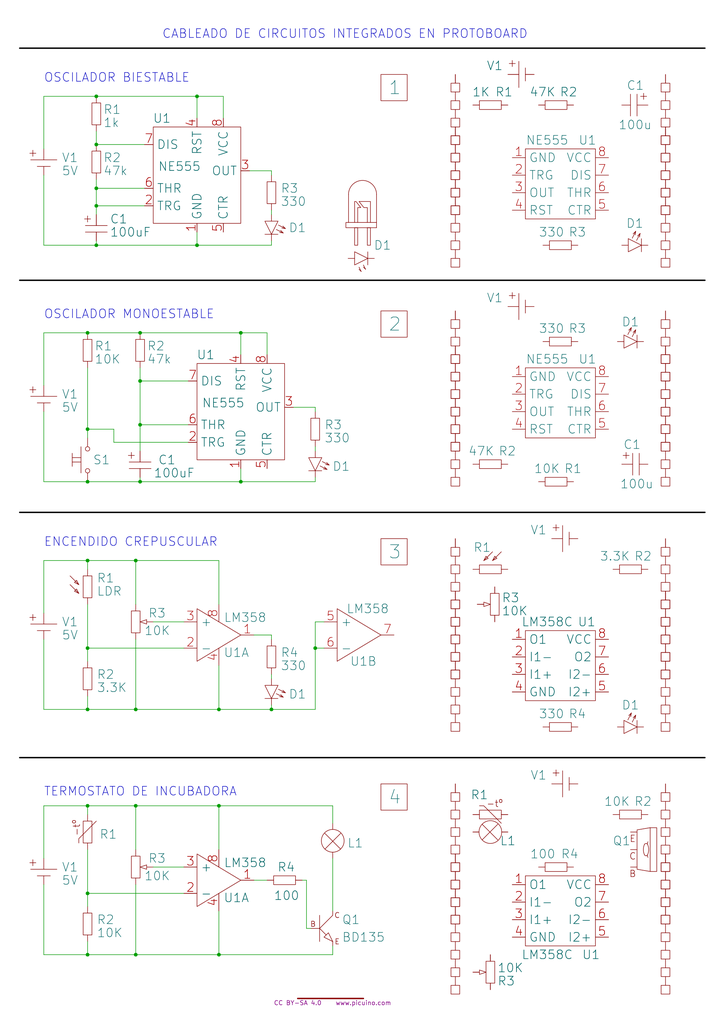
<source format=kicad_sch>
(kicad_sch (version 20211123) (generator eeschema)
  (paper "A4" portrait)
  (title_block (title "Cableado eléctrico de circuitos electrónicos") (date "19/10/2018") (company "www.picuino.com") (comment 1 "Copyright (c) 2018 by Carlos Pardo") (comment 2 "License CC BY-SA 4.0"))
  (lib_symbols
    (symbol "electric-cableado-circuitos-rescue:CopyRight-simbolos" (pin_names (offset 1.016))
      (property "License" "Licencia CC BY-SA 4.0" (at 9.525 5.715 0))
      (property "Author" "Carlos Pardo" (at 7.62 3.81 0))
      (property "Date" "© 2018" (at -1.27 3.81 0))
      (property "Web" "www.picuino.com" (at 9.525 1.905 0))
      (symbol "CopyRight-simbolos_0_1"
        (polyline (pts (xy 0 0) (xy 19.05 0)) (stroke (width 0.4064)))
      )
    )
    (symbol "electric-cableado-circuitos-rescue:LDR-simbolos" (pin_names (offset 1.016))
      (property "Reference" "R" (at 1.905 -5.08 0))
      (symbol "LDR-simbolos_0_1"
        (rectangle (start -1.27 -1.905) (end 1.27 -8.255))
        (polyline (pts (xy -2.54 -6.985) (xy -5.08 -4.445)))
        (polyline (pts (xy -2.54 -4.445) (xy -5.08 -1.905)))
        (polyline (pts (xy -2.54 -6.985) (xy -3.175 -5.715) (xy -3.81 -6.35) (xy -2.54 -6.985)))
        (polyline (pts (xy -2.54 -4.445) (xy -3.175 -3.175) (xy -3.81 -3.81) (xy -2.54 -4.445)))
      )
      (symbol "LDR-simbolos_1_1"
        (pin input line (at 0 -10.16 90) (length 1.905) (name "") (number ""))
        (pin input line (at 0 0 270) (length 1.905) (name "") (number ""))
      )
    )
    (symbol "electric-cableado-circuitos-rescue:LED_pack-simbolos" (pin_names (offset 1.016))
      (property "Reference" "D" (at 8.89 5.08 0))
      (symbol "LED_pack-simbolos_0_1"
        (polyline (pts (xy 0 0) (xy 0 9.652)))
        (polyline (pts (xy 2.54 -8.89) (xy 0.635 -8.89)))
        (polyline (pts (xy 2.54 -6.985) (xy 2.54 -10.795)))
        (polyline (pts (xy 3.175 -12.065) (xy 3.81 -11.43)))
        (polyline (pts (xy 3.81 -10.795) (xy 3.175 -12.065)))
        (polyline (pts (xy 4.445 -12.7) (xy 5.08 -12.065)))
        (polyline (pts (xy 5.08 -11.43) (xy 4.445 -12.7)))
        (polyline (pts (xy 6.35 -8.89) (xy 8.255 -8.89)))
        (polyline (pts (xy 8.128 1.524) (xy 8.128 9.652)))
        (polyline (pts (xy 0 1.524) (xy 8.89 1.524) (xy 8.89 0) (xy 0 0)))
        (polyline (pts (xy 6.35 -6.985) (xy 6.35 -10.795) (xy 2.54 -8.89) (xy 6.35 -6.985)))
        (polyline (pts (xy 1.778 1.524) (xy 1.778 7.62) (xy 5.08 7.62) (xy 3.683 5.842) (xy 2.667 5.842) (xy 2.667 1.524)))
        (polyline (pts (xy 6.35 1.524) (xy 6.35 7.62) (xy 5.969 7.62) (xy 4.572 5.842) (xy 5.461 5.842) (xy 5.461 1.524)))
        (rectangle (start 1.778 0) (end 2.667 -5.08))
        (rectangle (start 5.461 0) (end 6.35 -5.08))
        (arc (start 8.128 9.652) (mid 4.064 13.716) (end 0 9.652))
      )
    )
    (symbol "electric-cableado-circuitos-rescue:LM358-simbolos" (pin_names (offset 1.016))
      (property "Reference" "U" (at 11.43 1.27 0))
      (property "Value" "LM358-simbolos" (at 11.43 -8.89 0))
      (symbol "LM358-simbolos_0_1"
        (polyline (pts (xy 16.51 -3.81) (xy 3.81 3.81) (xy 3.81 -11.43) (xy 16.51 -3.81)))
      )
      (symbol "LM358-simbolos_1_1"
        (pin input line (at 20.32 -3.81 180) (length 3.81) (name "") (number "1"))
        (pin input line (at 0 -7.62 0) (length 3.81) (name "-") (number "2"))
        (pin input line (at 0 0 0) (length 3.81) (name "+") (number "3"))
        (pin input line (at 10.16 -12.7 90) (length 5.08) (name "") (number "4"))
        (pin input line (at 10.16 5.08 270) (length 5.08) (name "") (number "8"))
      )
      (symbol "LM358-simbolos_2_1"
        (pin input line (at 0 0 0) (length 3.81) (name "+") (number "5"))
        (pin input line (at 0 -7.62 0) (length 3.81) (name "-") (number "6"))
        (pin input line (at 20.32 -3.81 180) (length 3.81) (name "") (number "7"))
      )
    )
    (symbol "electric-cableado-circuitos-rescue:LM358C-simbolos" (pin_names (offset 1.016))
      (property "Reference" "U" (at 22.225 5.08 0))
      (property "Value" "LM358C-simbolos" (at 10.795 5.08 0))
      (symbol "LM358C-simbolos_0_1"
        (rectangle (start 3.81 2.54) (end 24.13 -17.78))
      )
      (symbol "LM358C-simbolos_1_1"
        (pin input line (at 0 0 0) (length 3.81) (name "O1") (number "1"))
        (pin input line (at 0 -5.08 0) (length 3.81) (name "I1-") (number "2"))
        (pin input line (at 0 -10.16 0) (length 3.81) (name "I1+") (number "3"))
        (pin input line (at 0 -15.24 0) (length 3.81) (name "GND") (number "4"))
        (pin input line (at 27.94 -15.24 180) (length 3.81) (name "I2+") (number "5"))
        (pin input line (at 27.94 -10.16 180) (length 3.81) (name "I2-") (number "6"))
        (pin input line (at 27.94 -5.08 180) (length 3.81) (name "O2") (number "7"))
        (pin input line (at 27.94 0 180) (length 3.81) (name "VCC") (number "8"))
      )
    )
    (symbol "electric-cableado-circuitos-rescue:NE555-simbolos" (pin_names (offset 1.016))
      (property "Reference" "U" (at 5.08 0 0))
      (symbol "NE555-simbolos_0_1"
        (rectangle (start 2.54 -2.54) (end 27.94 -30.48))
      )
      (symbol "NE555-simbolos_1_1"
        (pin input line (at 15.24 -33.02 90) (length 2.54) (name "GND") (number "1"))
        (pin input line (at 0 -25.4 0) (length 2.54) (name "TRG") (number "2"))
        (pin input line (at 30.48 -15.24 180) (length 2.54) (name "OUT") (number "3"))
        (pin input line (at 15.24 0 270) (length 2.54) (name "RST") (number "4"))
        (pin input line (at 22.86 -33.02 90) (length 2.54) (name "CTR") (number "5"))
        (pin input line (at 0 -20.32 0) (length 2.54) (name "THR") (number "6"))
        (pin input line (at 0 -7.62 0) (length 2.54) (name "DIS") (number "7"))
        (pin input line (at 22.86 0 270) (length 2.54) (name "VCC") (number "8"))
      )
    )
    (symbol "electric-cableado-circuitos-rescue:NE555C-simbolos" (pin_names (offset 1.016))
      (property "Reference" "U" (at 22.225 5.08 0))
      (property "Value" "NE555C-simbolos" (at 10.795 5.08 0))
      (symbol "NE555C-simbolos_0_1"
        (rectangle (start 3.81 2.54) (end 24.13 -17.78))
      )
      (symbol "NE555C-simbolos_1_1"
        (pin input line (at 0 0 0) (length 3.81) (name "GND") (number "1"))
        (pin input line (at 0 -5.08 0) (length 3.81) (name "TRG") (number "2"))
        (pin input line (at 0 -10.16 0) (length 3.81) (name "OUT") (number "3"))
        (pin input line (at 0 -15.24 0) (length 3.81) (name "RST") (number "4"))
        (pin input line (at 27.94 -15.24 180) (length 3.81) (name "CTR") (number "5"))
        (pin input line (at 27.94 -10.16 180) (length 3.81) (name "THR") (number "6"))
        (pin input line (at 27.94 -5.08 180) (length 3.81) (name "DIS") (number "7"))
        (pin input line (at 27.94 0 180) (length 3.81) (name "VCC") (number "8"))
      )
    )
    (symbol "electric-cableado-circuitos-rescue:NPN-simbolos" (pin_names (offset 1.016))
      (property "Reference" "Q" (at 6.985 -5.08 0))
      (symbol "NPN-simbolos_0_0"
        (polyline (pts (xy 4.445 -6.985) (xy 2.54 -5.08)))
        (polyline (pts (xy 6.35 -8.89) (xy 5.08 -6.35) (xy 3.81 -7.62) (xy 6.35 -8.89)))
        (text "B" (at 0.635 -3.81 0) (effects (font (size 1.524 1.524))))
        (text "C" (at 7.62 -1.27 0) (effects (font (size 1.524 1.524))))
        (text "E" (at 7.62 -8.89 0) (effects (font (size 1.524 1.524))))
      )
      (symbol "NPN-simbolos_0_1"
        (polyline (pts (xy 2.54 -5.08) (xy 6.35 -1.27)))
        (polyline (pts (xy 2.54 -1.27) (xy 2.54 -8.89)))
      )
      (symbol "NPN-simbolos_1_1"
        (pin input line (at 0 -5.08 0) (length 2.54) (name "") (number ""))
        (pin input line (at 6.35 -10.16 90) (length 1.27) (name "") (number ""))
        (pin input line (at 6.35 0 270) (length 1.27) (name "") (number ""))
      )
    )
    (symbol "electric-cableado-circuitos-rescue:NPN_BD135_pack-simbolos" (pin_names (offset 1.016))
      (property "Reference" "Q" (at 1.27 -5.08 0))
      (symbol "NPN_BD135_pack-simbolos_0_0"
        (arc (start -4.953 -6.604) (mid -4.515 -6.8509) (end -4.064 -6.604))
        (arc (start -4.953 -3.556) (mid -5.2764 -5.08) (end -4.953 -6.604))
        (arc (start -4.064 -6.604) (mid -3.7406 -5.08) (end -4.064 -3.556))
        (arc (start -4.064 -3.556) (mid -4.5148 -3.287) (end -4.953 -3.556))
        (polyline (pts (xy -4.826 -6.731) (xy -5.08 -7.366)))
        (polyline (pts (xy -4.826 -3.429) (xy -5.08 -2.794)))
        (polyline (pts (xy -5.715 1.27) (xy -1.905 0.635) (xy -1.905 -10.795) (xy -5.715 -11.43)))
        (text "B" (at -0.635 1.905 0) (effects (font (size 1.905 1.905))))
        (text "C" (at -0.635 -3.175 0) (effects (font (size 1.905 1.905))))
        (text "E" (at -0.635 -8.255 0) (effects (font (size 1.905 1.905))))
      )
      (symbol "NPN_BD135_pack-simbolos_0_1"
        (rectangle (start -7.62 1.27) (end -5.715 -11.43))
      )
      (symbol "NPN_BD135_pack-simbolos_1_1"
        (pin input line (at 0 -10.16 180) (length 1.905) (name "") (number ""))
        (pin input line (at 0 -5.08 180) (length 1.905) (name "") (number ""))
        (pin input line (at 0 0 180) (length 1.905) (name "") (number ""))
      )
    )
    (symbol "electric-cableado-circuitos-rescue:NTC-simbolos" (pin_names (offset 1.016))
      (property "Reference" "R" (at 1.905 -5.08 0))
      (symbol "NTC-simbolos_0_1"
        (rectangle (start -1.27 -1.905) (end 1.27 -8.255))
      )
      (symbol "NTC-simbolos_1_0"
        (polyline (pts (xy -2.54 -8.255) (xy -2.54 -6.985) (xy 2.54 -1.905)))
        (text "-tº" (at -3.175 -3.81 900) (effects (font (size 1.905 1.905))))
      )
      (symbol "NTC-simbolos_1_1"
        (pin input line (at 0 -10.16 90) (length 1.905) (name "") (number ""))
        (pin input line (at 0 0 270) (length 1.905) (name "") (number ""))
      )
    )
    (symbol "electric-cableado-circuitos-rescue:Pila-simbolos" (pin_names (offset 1.016))
      (property "Reference" "V" (at 5.08 -4.445 0))
      (symbol "Pila-simbolos_0_1"
        (polyline (pts (xy -4.064 -1.27) (xy -2.286 -1.27)))
        (polyline (pts (xy -3.81 -3.175) (xy 3.81 -3.175)))
        (polyline (pts (xy -3.175 -0.381) (xy -3.175 -2.159)))
        (polyline (pts (xy -1.905 -5.08) (xy 1.905 -5.08)))
      )
      (symbol "Pila-simbolos_1_1"
        (pin input line (at 0 -7.62 90) (length 2.54) (name "") (number ""))
        (pin input line (at 0 0 270) (length 3.175) (name "") (number ""))
      )
    )
    (symbol "electric-cableado-circuitos-rescue:condensador_pol-simbolos" (pin_names (offset 1.016))
      (property "Reference" "C" (at 3.81 -4.445 0))
      (symbol "condensador_pol-simbolos_0_1"
        (polyline (pts (xy -3.175 -3.175) (xy 3.175 -3.175)))
        (polyline (pts (xy -2.54 -0.381) (xy -2.54 -2.159)))
        (polyline (pts (xy -1.651 -1.27) (xy -3.429 -1.27)))
        (polyline (pts (xy 3.175 -5.08) (xy -3.175 -5.08)))
      )
      (symbol "condensador_pol-simbolos_1_1"
        (pin input line (at 0 -7.62 90) (length 2.54) (name "") (number ""))
        (pin input line (at 0 0 270) (length 3.175) (name "") (number ""))
      )
    )
    (symbol "electric-cableado-circuitos-rescue:conectores_linea-simbolos" (pin_names (offset 1.016))
      (symbol "conectores_linea-simbolos_0_1"
        (rectangle (start -1.27 -35.56) (end 1.27 -38.1))
        (rectangle (start -1.27 -30.48) (end 1.27 -33.02))
        (rectangle (start -1.27 -25.4) (end 1.27 -27.94))
        (rectangle (start -1.27 -20.32) (end 1.27 -22.86))
        (rectangle (start -1.27 -15.24) (end 1.27 -17.78))
        (rectangle (start -1.27 -10.16) (end 1.27 -12.7))
        (rectangle (start -1.27 -5.08) (end 1.27 -7.62))
        (rectangle (start -1.27 0) (end 1.27 -2.54))
        (polyline (pts (xy 0 -33.02) (xy 0 -35.56)))
        (polyline (pts (xy 0 -27.94) (xy 0 -30.48)))
        (polyline (pts (xy 0 -22.86) (xy 0 -25.4)))
        (polyline (pts (xy 0 -17.78) (xy 0 -20.32)))
        (polyline (pts (xy 0 -12.7) (xy 0 -15.24)))
        (polyline (pts (xy 0 -7.62) (xy 0 -10.16)))
        (polyline (pts (xy 0 -2.54) (xy 0 -5.08)))
      )
      (symbol "conectores_linea-simbolos_1_1"
        (pin input line (at 0 2.54 270) (length 2.54) (name "") (number ""))
      )
    )
    (symbol "electric-cableado-circuitos-rescue:diodo_led-simbolos" (pin_names (offset 1.016))
      (property "Reference" "D" (at 5.08 -3.81 0))
      (symbol "diodo_led-simbolos_0_1"
        (polyline (pts (xy 1.397 -4.318) (xy 3.429 -5.334)))
        (polyline (pts (xy 1.905 -5.715) (xy -1.905 -5.715)))
        (polyline (pts (xy 2.032 -3.048) (xy 4.064 -4.064)))
        (polyline (pts (xy 3.429 -5.334) (xy 2.3622 -5.1816)))
        (polyline (pts (xy 3.429 -5.334) (xy 2.667 -4.572)))
        (polyline (pts (xy 4.064 -4.064) (xy 2.9972 -3.9116)))
        (polyline (pts (xy 4.064 -4.064) (xy 3.302 -3.302)))
        (polyline (pts (xy 1.905 -1.905) (xy -1.905 -1.905) (xy 0 -5.715) (xy 1.905 -1.905)))
      )
      (symbol "diodo_led-simbolos_1_1"
        (pin input line (at 0 -7.62 90) (length 1.905) (name "") (number ""))
        (pin input line (at 0 0 270) (length 1.905) (name "") (number ""))
      )
    )
    (symbol "electric-cableado-circuitos-rescue:lampara-simbolos" (pin_names (offset 1.016))
      (property "Reference" "L" (at 4.445 -5.08 0))
      (symbol "lampara-simbolos_0_1"
        (circle (center 0 -5.08) (radius 3.302))
        (polyline (pts (xy -2.286 -7.493) (xy 2.286 -2.921)))
        (polyline (pts (xy -2.286 -2.921) (xy 2.286 -7.493)))
      )
      (symbol "lampara-simbolos_1_1"
        (pin input line (at 0 -10.16 90) (length 1.778) (name "") (number ""))
        (pin input line (at 0 0 270) (length 1.778) (name "") (number ""))
      )
    )
    (symbol "electric-cableado-circuitos-rescue:numero-simbolos" (pin_names (offset 1.016))
      (property "Value" "numero-simbolos" (at 0 0 0))
      (symbol "numero-simbolos_0_1"
        (rectangle (start -3.81 3.81) (end 3.81 -3.81))
      )
    )
    (symbol "electric-cableado-circuitos-rescue:potenciometro-simbolos" (pin_names (offset 1.016))
      (property "Reference" "R" (at 1.905 -1.905 0))
      (symbol "potenciometro-simbolos_0_1"
        (rectangle (start -1.27 -1.905) (end 1.27 -8.255))
        (polyline (pts (xy 1.27 -5.08) (xy 3.175 -4.445) (xy 3.175 -5.715) (xy 1.27 -5.08)))
      )
      (symbol "potenciometro-simbolos_1_1"
        (pin input line (at 0 -10.16 90) (length 1.905) (name "") (number ""))
        (pin input line (at 0 0 270) (length 1.905) (name "") (number ""))
        (pin input line (at 5.08 -5.08 180) (length 1.905) (name "") (number ""))
      )
    )
    (symbol "electric-cableado-circuitos-rescue:pulsador_na-simbolos" (pin_names (offset 1.016))
      (property "Reference" "S" (at 1.905 3.175 0))
      (symbol "pulsador_na-simbolos_0_0"
        (polyline (pts (xy 2.54 1.905) (xy 10.16 1.905)))
        (polyline (pts (xy 4.445 4.445) (xy 8.255 4.445)))
        (polyline (pts (xy 5.715 1.905) (xy 5.715 4.445)))
        (polyline (pts (xy 6.985 4.445) (xy 6.985 1.905)))
        (circle (center 3.175 0) (radius 0.635))
        (circle (center 9.525 0) (radius 0.635))
      )
      (symbol "pulsador_na-simbolos_1_1"
        (pin input line (at 0 0 0) (length 2.54) (name "") (number ""))
        (pin input line (at 12.7 0 180) (length 2.54) (name "") (number ""))
      )
    )
    (symbol "electric-cableado-circuitos-rescue:resistencia-simbolos" (pin_names (offset 1.016))
      (property "Reference" "R" (at 1.905 -5.08 0))
      (symbol "resistencia-simbolos_0_1"
        (rectangle (start -1.27 -1.905) (end 1.27 -8.255))
      )
      (symbol "resistencia-simbolos_1_1"
        (pin input line (at 0 -10.16 90) (length 1.905) (name "") (number ""))
        (pin input line (at 0 0 270) (length 1.905) (name "") (number ""))
      )
    )
  )
  (junction (at 25.4 187.96))
  (junction (at 40.64 123.19))
  (junction (at 57.15 27.94))
  (junction (at 25.4 139.7))
  (junction (at 63.5 205.74))
  (junction (at 25.4 96.52))
  (junction (at 27.94 71.12))
  (junction (at 78.74 205.74))
  (junction (at 69.85 139.7))
  (junction (at 25.4 124.46))
  (junction (at 63.5 276.86))
  (junction (at 40.64 96.52))
  (junction (at 25.4 233.68))
  (junction (at 69.85 96.52))
  (junction (at 40.64 110.49))
  (junction (at 57.15 71.12))
  (junction (at 27.94 54.61))
  (junction (at 27.94 59.69))
  (junction (at 39.37 162.56))
  (junction (at 63.5 233.68))
  (junction (at 39.37 233.68))
  (junction (at 25.4 205.74))
  (junction (at 25.4 276.86))
  (junction (at 27.94 27.94))
  (junction (at 25.4 259.08))
  (junction (at 39.37 276.86))
  (junction (at 40.64 139.7))
  (junction (at 91.44 187.96))
  (junction (at 39.37 205.74))
  (junction (at 27.94 41.91))
  (junction (at 25.4 162.56))
  (wire (pts (xy 64.77 27.94) (xy 64.77 34.29)))
  (wire (pts (xy 12.7 27.94) (xy 27.94 27.94)))
  (wire (pts (xy 40.64 123.19) (xy 54.61 123.19)))
  (wire (pts (xy 12.7 43.18) (xy 12.7 27.94)))
  (wire (pts (xy 78.74 49.53) (xy 78.74 50.8)))
  (polyline (pts (xy 5.715 13.97) (xy 204.47 13.97)) (stroke (width 0.4064) (type solid) (color 0 0 0 1)))
  (wire (pts (xy 78.74 196.85) (xy 78.74 195.58)))
  (wire (pts (xy 39.37 162.56) (xy 39.37 175.26)))
  (wire (pts (xy 40.64 106.68) (xy 40.64 110.49)))
  (wire (pts (xy 73.66 184.15) (xy 78.74 184.15)))
  (wire (pts (xy 12.7 50.8) (xy 12.7 71.12)))
  (wire (pts (xy 25.4 236.22) (xy 25.4 233.68)))
  (wire (pts (xy 54.61 128.27) (xy 33.02 128.27)))
  (wire (pts (xy 25.4 162.56) (xy 12.7 162.56)))
  (wire (pts (xy 25.4 205.74) (xy 39.37 205.74)))
  (wire (pts (xy 40.64 110.49) (xy 54.61 110.49)))
  (wire (pts (xy 27.94 52.07) (xy 27.94 54.61)))
  (wire (pts (xy 93.98 180.34) (xy 91.44 180.34)))
  (wire (pts (xy 78.74 62.23) (xy 78.74 60.96)))
  (wire (pts (xy 40.64 110.49) (xy 40.64 123.19)))
  (wire (pts (xy 39.37 233.68) (xy 63.5 233.68)))
  (wire (pts (xy 12.7 256.54) (xy 12.7 276.86)))
  (wire (pts (xy 91.44 118.11) (xy 85.09 118.11)))
  (wire (pts (xy 91.44 130.81) (xy 91.44 129.54)))
  (wire (pts (xy 78.74 205.74) (xy 91.44 205.74)))
  (wire (pts (xy 39.37 233.68) (xy 39.37 246.38)))
  (wire (pts (xy 12.7 205.74) (xy 25.4 205.74)))
  (wire (pts (xy 40.64 139.7) (xy 69.85 139.7)))
  (wire (pts (xy 63.5 276.86) (xy 96.52 276.86)))
  (wire (pts (xy 39.37 162.56) (xy 63.5 162.56)))
  (wire (pts (xy 96.52 233.68) (xy 63.5 233.68)))
  (wire (pts (xy 39.37 276.86) (xy 63.5 276.86)))
  (wire (pts (xy 88.9 255.27) (xy 87.63 255.27)))
  (wire (pts (xy 69.85 96.52) (xy 69.85 102.87)))
  (wire (pts (xy 25.4 246.38) (xy 25.4 259.08)))
  (wire (pts (xy 40.64 123.19) (xy 40.64 130.81)))
  (wire (pts (xy 96.52 248.92) (xy 96.52 264.16)))
  (wire (pts (xy 25.4 139.7) (xy 12.7 139.7)))
  (wire (pts (xy 25.4 201.93) (xy 25.4 205.74)))
  (wire (pts (xy 93.98 187.96) (xy 91.44 187.96)))
  (wire (pts (xy 27.94 54.61) (xy 41.91 54.61)))
  (wire (pts (xy 69.85 96.52) (xy 77.47 96.52)))
  (wire (pts (xy 78.74 184.15) (xy 78.74 185.42)))
  (wire (pts (xy 63.5 205.74) (xy 78.74 205.74)))
  (wire (pts (xy 63.5 246.38) (xy 63.5 233.68)))
  (polyline (pts (xy 5.715 81.28) (xy 204.47 81.28)) (stroke (width 0.4064) (type solid) (color 0 0 0 1)))
  (wire (pts (xy 12.7 96.52) (xy 25.4 96.52)))
  (wire (pts (xy 12.7 276.86) (xy 25.4 276.86)))
  (wire (pts (xy 25.4 233.68) (xy 12.7 233.68)))
  (wire (pts (xy 63.5 175.26) (xy 63.5 162.56)))
  (wire (pts (xy 96.52 238.76) (xy 96.52 233.68)))
  (wire (pts (xy 27.94 27.94) (xy 57.15 27.94)))
  (wire (pts (xy 25.4 124.46) (xy 33.02 124.46)))
  (wire (pts (xy 91.44 138.43) (xy 91.44 139.7)))
  (wire (pts (xy 25.4 139.7) (xy 40.64 139.7)))
  (wire (pts (xy 33.02 124.46) (xy 33.02 128.27)))
  (wire (pts (xy 88.9 269.24) (xy 90.17 269.24)))
  (wire (pts (xy 12.7 177.8) (xy 12.7 162.56)))
  (wire (pts (xy 44.45 251.46) (xy 53.34 251.46)))
  (wire (pts (xy 27.94 59.69) (xy 27.94 62.23)))
  (wire (pts (xy 25.4 276.86) (xy 39.37 276.86)))
  (wire (pts (xy 77.47 96.52) (xy 77.47 102.87)))
  (wire (pts (xy 39.37 256.54) (xy 39.37 276.86)))
  (wire (pts (xy 57.15 71.12) (xy 78.74 71.12)))
  (wire (pts (xy 40.64 96.52) (xy 69.85 96.52)))
  (wire (pts (xy 12.7 248.92) (xy 12.7 233.68)))
  (wire (pts (xy 27.94 41.91) (xy 41.91 41.91)))
  (polyline (pts (xy 5.715 219.71) (xy 204.47 219.71)) (stroke (width 0.4064) (type solid) (color 0 0 0 1)))
  (wire (pts (xy 25.4 187.96) (xy 53.34 187.96)))
  (wire (pts (xy 25.4 165.1) (xy 25.4 162.56)))
  (wire (pts (xy 63.5 193.04) (xy 63.5 205.74)))
  (wire (pts (xy 25.4 273.05) (xy 25.4 276.86)))
  (wire (pts (xy 78.74 69.85) (xy 78.74 71.12)))
  (wire (pts (xy 78.74 49.53) (xy 72.39 49.53)))
  (wire (pts (xy 25.4 175.26) (xy 25.4 187.96)))
  (wire (pts (xy 57.15 71.12) (xy 57.15 67.31)))
  (wire (pts (xy 96.52 276.86) (xy 96.52 274.32)))
  (wire (pts (xy 27.94 69.85) (xy 27.94 71.12)))
  (wire (pts (xy 25.4 233.68) (xy 39.37 233.68)))
  (wire (pts (xy 63.5 264.16) (xy 63.5 276.86)))
  (wire (pts (xy 25.4 106.68) (xy 25.4 124.46)))
  (wire (pts (xy 69.85 139.7) (xy 69.85 135.89)))
  (wire (pts (xy 25.4 259.08) (xy 53.34 259.08)))
  (polyline (pts (xy 5.715 148.59) (xy 204.47 148.59)) (stroke (width 0.4064) (type solid) (color 0 0 0 1)))
  (wire (pts (xy 27.94 54.61) (xy 27.94 59.69)))
  (wire (pts (xy 25.4 96.52) (xy 40.64 96.52)))
  (wire (pts (xy 12.7 111.76) (xy 12.7 96.52)))
  (wire (pts (xy 25.4 259.08) (xy 25.4 262.89)))
  (wire (pts (xy 44.45 180.34) (xy 53.34 180.34)))
  (wire (pts (xy 39.37 185.42) (xy 39.37 205.74)))
  (wire (pts (xy 73.66 255.27) (xy 77.47 255.27)))
  (wire (pts (xy 12.7 119.38) (xy 12.7 139.7)))
  (wire (pts (xy 57.15 27.94) (xy 57.15 34.29)))
  (wire (pts (xy 12.7 71.12) (xy 27.94 71.12)))
  (wire (pts (xy 25.4 127) (xy 25.4 124.46)))
  (wire (pts (xy 12.7 185.42) (xy 12.7 205.74)))
  (wire (pts (xy 40.64 138.43) (xy 40.64 139.7)))
  (wire (pts (xy 27.94 71.12) (xy 57.15 71.12)))
  (wire (pts (xy 88.9 255.27) (xy 88.9 269.24)))
  (wire (pts (xy 91.44 180.34) (xy 91.44 187.96)))
  (wire (pts (xy 39.37 205.74) (xy 63.5 205.74)))
  (wire (pts (xy 25.4 187.96) (xy 25.4 191.77)))
  (wire (pts (xy 57.15 27.94) (xy 64.77 27.94)))
  (wire (pts (xy 69.85 139.7) (xy 91.44 139.7)))
  (wire (pts (xy 78.74 204.47) (xy 78.74 205.74)))
  (wire (pts (xy 27.94 38.1) (xy 27.94 41.91)))
  (wire (pts (xy 91.44 187.96) (xy 91.44 205.74)))
  (wire (pts (xy 25.4 162.56) (xy 39.37 162.56)))
  (wire (pts (xy 27.94 59.69) (xy 41.91 59.69)))
  (wire (pts (xy 91.44 118.11) (xy 91.44 119.38)))
  (text "CABLEADO DE CIRCUITOS INTEGRADOS EN PROTOBOARD" (at 46.99 11.43 0) (effects (font (size 2.54 2.54)) (justify left bottom)))
  (text "TERMOSTATO DE INCUBADORA" (at 12.7 231.14 0) (effects (font (size 2.54 2.54)) (justify left bottom)))
  (text "OSCILADOR BIESTABLE" (at 12.7 24.13 0) (effects (font (size 2.54 2.54)) (justify left bottom)))
  (text "OSCILADOR MONOESTABLE" (at 12.7 92.71 0) (effects (font (size 2.54 2.54)) (justify left bottom)))
  (text "ENCENDIDO CREPUSCULAR" (at 12.7 158.75 0) (effects (font (size 2.54 2.54)) (justify left bottom)))
  (symbol (lib_id "electric-cableado-circuitos-rescue:resistencia-simbolos") (at 27.94 27.94 0) (unit 1)
    (property "Reference" "R1" (at 29.845 31.75 0) (effects (font (size 2.54 2.54)) (justify left)))
    (property "Value" "1k" (at 29.845 35.56 0) (effects (font (size 2.54 2.54)) (justify left)))
  )
  (symbol (lib_id "electric-cableado-circuitos-rescue:NE555C-simbolos") (at 148.59 45.72 0) (unit 1)
    (property "Reference" "U1" (at 167.64 40.64 0) (effects (font (size 2.54 2.54)) (justify left)))
    (property "Value" "NE555" (at 152.4 40.64 0) (effects (font (size 2.54 2.54)) (justify left)))
  )
  (symbol (lib_id "electric-cableado-circuitos-rescue:Pila-simbolos") (at 12.7 43.18 0) (unit 1)
    (property "Reference" "V1" (at 17.78 45.72 0) (effects (font (size 2.54 2.54)) (justify left)))
    (property "Value" "5V" (at 17.78 49.53 0) (effects (font (size 2.54 2.54)) (justify left)))
  )
  (symbol (lib_id "electric-cableado-circuitos-rescue:resistencia-simbolos") (at 27.94 41.91 0) (unit 1)
    (property "Reference" "R2" (at 29.845 45.72 0) (effects (font (size 2.54 2.54)) (justify left)))
    (property "Value" "47k" (at 29.845 49.53 0) (effects (font (size 2.54 2.54)) (justify left)))
  )
  (symbol (lib_id "electric-cableado-circuitos-rescue:resistencia-simbolos") (at 78.74 50.8 0) (unit 1)
    (property "Reference" "R3" (at 81.28 54.61 0) (effects (font (size 2.54 2.54)) (justify left)))
    (property "Value" "330" (at 81.28 58.42 0) (effects (font (size 2.54 2.54)) (justify left)))
  )
  (symbol (lib_id "electric-cableado-circuitos-rescue:conectores_linea-simbolos") (at 132.08 24.13 0) (unit 1)
    (property "Reference" "o?" (effects hide))
    (property "Value" "conectores_linea" (effects hide))
  )
  (symbol (lib_id "electric-cableado-circuitos-rescue:conectores_linea-simbolos") (at 193.04 24.13 0) (unit 1)
    (property "Reference" "o?" (effects hide))
    (property "Value" "conectores_linea" (effects hide))
  )
  (symbol (lib_id "electric-cableado-circuitos-rescue:NE555-simbolos") (at 41.91 34.29 0) (unit 1)
    (property "Reference" "U1" (at 46.99 34.29 0) (effects (font (size 2.54 2.54))))
    (property "Value" "NE555" (at 52.07 48.26 0) (effects (font (size 2.54 2.54))))
  )
  (symbol (lib_id "electric-cableado-circuitos-rescue:conectores_linea-simbolos") (at 132.08 39.37 0) (unit 1)
    (property "Reference" "o?" (effects hide))
    (property "Value" "conectores_linea" (effects hide))
  )
  (symbol (lib_id "electric-cableado-circuitos-rescue:conectores_linea-simbolos") (at 193.04 39.37 0) (unit 1)
    (property "Reference" "o?" (effects hide))
    (property "Value" "conectores_linea" (effects hide))
  )
  (symbol (lib_id "electric-cableado-circuitos-rescue:condensador_pol-simbolos") (at 27.94 62.23 0) (unit 1)
    (property "Reference" "C1" (at 31.75 63.5 0) (effects (font (size 2.54 2.54)) (justify left)))
    (property "Value" "100uF" (at 31.75 67.31 0) (effects (font (size 2.54 2.54)) (justify left)))
  )
  (symbol (lib_id "electric-cableado-circuitos-rescue:diodo_led-simbolos") (at 91.44 130.81 0) (unit 1)
    (property "Reference" "D1" (at 96.2914 135.255 0) (effects (font (size 2.54 2.54)) (justify left)))
    (property "Value" "LED" (effects hide))
  )
  (symbol (lib_id "electric-cableado-circuitos-rescue:diodo_led-simbolos") (at 78.74 196.85 0) (unit 1)
    (property "Reference" "D1" (at 83.5914 201.295 0) (effects (font (size 2.54 2.54)) (justify left)))
    (property "Value" "LED" (effects hide))
  )
  (symbol (lib_id "electric-cableado-circuitos-rescue:pulsador_na-simbolos") (at 25.4 139.7 90) (unit 1)
    (property "Reference" "S1" (at 26.8224 133.35 90) (effects (font (size 2.54 2.54)) (justify right)))
    (property "Value" "pulsador_na" (effects hide))
  )
  (symbol (lib_id "electric-cableado-circuitos-rescue:numero-simbolos") (at 114.3 25.4 0) (unit 1)
    (property "Reference" "N?" (effects hide))
    (property "Value" "1" (at 112.395 25.4 0) (effects (font (size 3.81 3.81)) (justify left)))
  )
  (symbol (lib_id "electric-cableado-circuitos-rescue:numero-simbolos") (at 114.3 93.98 0) (unit 1)
    (property "Reference" "N?" (effects hide))
    (property "Value" "2" (at 112.395 93.98 0) (effects (font (size 3.81 3.81)) (justify left)))
  )
  (symbol (lib_id "electric-cableado-circuitos-rescue:numero-simbolos") (at 114.3 160.02 0) (unit 1)
    (property "Reference" "N?" (effects hide))
    (property "Value" "3" (at 112.395 160.02 0) (effects (font (size 3.81 3.81)) (justify left)))
  )
  (symbol (lib_id "electric-cableado-circuitos-rescue:numero-simbolos") (at 114.3 231.14 0) (unit 1)
    (property "Reference" "N?" (effects hide))
    (property "Value" "4" (at 112.395 231.14 0) (effects (font (size 3.81 3.81)) (justify left)))
  )
  (symbol (lib_id "electric-cableado-circuitos-rescue:CopyRight-simbolos") (at 86.36 289.56 0) (unit 1)
    (property "Reference" "CP?" (effects hide))
    (property "Value" "CopyRight" (effects hide))
    (property "License" "CC BY-SA 4.0" (at 86.36 290.83 0))
    (property "Web" "www.picuino.com" (at 105.41 290.83 0))
  )
  (symbol (lib_id "electric-cableado-circuitos-rescue:resistencia-simbolos") (at 25.4 96.52 0) (unit 1)
    (property "Reference" "R1" (at 27.305 100.33 0) (effects (font (size 2.54 2.54)) (justify left)))
    (property "Value" "10K" (at 27.305 104.14 0) (effects (font (size 2.54 2.54)) (justify left)))
  )
  (symbol (lib_id "electric-cableado-circuitos-rescue:resistencia-simbolos") (at 156.21 139.7 90) (unit 1)
    (property "Reference" "R1" (at 168.91 135.89 90) (effects (font (size 2.54 2.54)) (justify left)))
    (property "Value" "10K" (at 162.56 135.89 90) (effects (font (size 2.54 2.54)) (justify left)))
  )
  (symbol (lib_id "electric-cableado-circuitos-rescue:LM358-simbolos") (at 53.34 180.34 0) (unit 1)
    (property "Reference" "U1" (at 68.58 189.23 0) (effects (font (size 2.54 2.54))))
    (property "Value" "LM358" (at 71.12 179.07 0) (effects (font (size 2.54 2.54))))
  )
  (symbol (lib_id "electric-cableado-circuitos-rescue:diodo_led-simbolos") (at 180.34 71.12 90) (unit 1)
    (property "Reference" "D1" (at 184.15 64.77 90) (effects (font (size 2.54 2.54))))
    (property "Value" "LED" (effects hide))
  )
  (symbol (lib_id "electric-cableado-circuitos-rescue:diodo_led-simbolos") (at 179.07 210.82 90) (unit 1)
    (property "Reference" "D1" (at 182.88 204.47 90) (effects (font (size 2.54 2.54))))
    (property "Value" "LED" (effects hide))
  )
  (symbol (lib_id "electric-cableado-circuitos-rescue:LM358-simbolos") (at 53.34 251.46 0) (unit 1)
    (property "Reference" "U1" (at 68.58 260.35 0) (effects (font (size 2.54 2.54))))
    (property "Value" "LM358" (at 71.12 250.19 0) (effects (font (size 2.54 2.54))))
  )
  (symbol (lib_id "electric-cableado-circuitos-rescue:potenciometro-simbolos") (at 39.37 246.38 0) (unit 1)
    (property "Reference" "R3" (at 48.26 248.92 0) (effects (font (size 2.54 2.54)) (justify right)))
    (property "Value" "10K" (at 49.53 254 0) (effects (font (size 2.54 2.54)) (justify right)))
  )
  (symbol (lib_id "electric-cableado-circuitos-rescue:Pila-simbolos") (at 12.7 248.92 0) (unit 1)
    (property "Reference" "V1" (at 17.78 251.46 0) (effects (font (size 2.54 2.54)) (justify left)))
    (property "Value" "5V" (at 17.78 255.27 0) (effects (font (size 2.54 2.54)) (justify left)))
  )
  (symbol (lib_id "electric-cableado-circuitos-rescue:resistencia-simbolos") (at 77.47 255.27 90) (unit 1)
    (property "Reference" "R4" (at 85.725 251.46 90) (effects (font (size 2.54 2.54)) (justify left)))
    (property "Value" "100" (at 86.995 259.715 90) (effects (font (size 2.54 2.54)) (justify left)))
  )
  (symbol (lib_id "electric-cableado-circuitos-rescue:resistencia-simbolos") (at 25.4 262.89 0) (unit 1)
    (property "Reference" "R2" (at 27.94 266.7 0) (effects (font (size 2.54 2.54)) (justify left)))
    (property "Value" "10K" (at 27.94 270.51 0) (effects (font (size 2.54 2.54)) (justify left)))
  )
  (symbol (lib_id "electric-cableado-circuitos-rescue:Pila-simbolos") (at 160.02 227.33 90) (mirror x) (unit 1)
    (property "Reference" "V1" (at 158.75 224.79 90) (effects (font (size 2.54 2.54)) (justify left)))
    (property "Value" "Pila" (effects hide))
  )
  (symbol (lib_id "electric-cableado-circuitos-rescue:conectores_linea-simbolos") (at 132.08 229.87 0) (unit 1)
    (property "Reference" "o?" (effects hide))
    (property "Value" "conectores_linea" (effects hide))
  )
  (symbol (lib_id "electric-cableado-circuitos-rescue:conectores_linea-simbolos") (at 193.04 229.87 0) (unit 1)
    (property "Reference" "o?" (effects hide))
    (property "Value" "conectores_linea" (effects hide))
  )
  (symbol (lib_id "electric-cableado-circuitos-rescue:conectores_linea-simbolos") (at 132.08 250.19 0) (unit 1)
    (property "Reference" "o?" (effects hide))
    (property "Value" "conectores_linea" (effects hide))
  )
  (symbol (lib_id "electric-cableado-circuitos-rescue:conectores_linea-simbolos") (at 193.04 250.19 0) (unit 1)
    (property "Reference" "o?" (effects hide))
    (property "Value" "conectores_linea" (effects hide))
  )
  (symbol (lib_id "electric-cableado-circuitos-rescue:LM358C-simbolos") (at 148.59 256.54 0) (unit 1)
    (property "Reference" "U1" (at 171.45 276.86 0) (effects (font (size 2.54 2.54))))
    (property "Value" "LM358C" (at 158.75 276.86 0) (effects (font (size 2.54 2.54))))
  )
  (symbol (lib_id "electric-cableado-circuitos-rescue:resistencia-simbolos") (at 177.8 236.22 90) (unit 1)
    (property "Reference" "R2" (at 189.23 232.41 90) (effects (font (size 2.54 2.54)) (justify left)))
    (property "Value" "10K" (at 182.88 232.41 90) (effects (font (size 2.54 2.54)) (justify left)))
  )
  (symbol (lib_id "electric-cableado-circuitos-rescue:potenciometro-simbolos") (at 142.24 287.02 180) (unit 1)
    (property "Reference" "R3" (at 144.145 284.48 0) (effects (font (size 2.54 2.54)) (justify right)))
    (property "Value" "10K" (at 144.145 280.67 0) (effects (font (size 2.54 2.54)) (justify right)))
  )
  (symbol (lib_id "electric-cableado-circuitos-rescue:NPN-simbolos") (at 90.17 264.16 0) (unit 1)
    (property "Reference" "Q1" (at 99.06 266.7 0) (effects (font (size 2.54 2.54)) (justify left)))
    (property "Value" "BD135" (at 99.06 271.78 0) (effects (font (size 2.54 2.54)) (justify left)))
  )
  (symbol (lib_id "electric-cableado-circuitos-rescue:Pila-simbolos") (at 147.32 88.9 90) (mirror x) (unit 1)
    (property "Reference" "V1" (at 146.05 86.36 90) (effects (font (size 2.54 2.54)) (justify left)))
    (property "Value" "Pila" (effects hide))
  )
  (symbol (lib_id "electric-cableado-circuitos-rescue:Pila-simbolos") (at 147.32 21.59 90) (mirror x) (unit 1)
    (property "Reference" "V1" (at 146.05 19.05 90) (effects (font (size 2.54 2.54)) (justify left)))
    (property "Value" "Pila" (effects hide))
  )
  (symbol (lib_id "electric-cableado-circuitos-rescue:NTC-simbolos") (at 25.4 236.22 0) (unit 1)
    (property "Reference" "R1" (at 28.7274 241.935 0) (effects (font (size 2.54 2.54)) (justify left)))
    (property "Value" "NTC" (effects hide))
  )
  (symbol (lib_id "electric-cableado-circuitos-rescue:lampara-simbolos") (at 96.52 238.76 0) (unit 1)
    (property "Reference" "L1" (at 100.6094 244.475 0) (effects (font (size 2.54 2.54)) (justify left)))
    (property "Value" "lampara" (effects hide))
  )
  (symbol (lib_id "electric-cableado-circuitos-rescue:resistencia-simbolos") (at 137.16 134.62 90) (unit 1)
    (property "Reference" "R2" (at 149.86 130.81 90) (effects (font (size 2.54 2.54)) (justify left)))
    (property "Value" "47K" (at 143.51 130.81 90) (effects (font (size 2.54 2.54)) (justify left)))
  )
  (symbol (lib_id "electric-cableado-circuitos-rescue:resistencia-simbolos") (at 157.48 99.06 90) (unit 1)
    (property "Reference" "R3" (at 170.18 95.25 90) (effects (font (size 2.54 2.54)) (justify left)))
    (property "Value" "330" (at 163.83 95.25 90) (effects (font (size 2.54 2.54)) (justify left)))
  )
  (symbol (lib_id "electric-cableado-circuitos-rescue:resistencia-simbolos") (at 157.48 71.12 90) (unit 1)
    (property "Reference" "R3" (at 170.18 67.31 90) (effects (font (size 2.54 2.54)) (justify left)))
    (property "Value" "330" (at 163.83 67.31 90) (effects (font (size 2.54 2.54)) (justify left)))
  )
  (symbol (lib_id "electric-cableado-circuitos-rescue:NTC-simbolos") (at 147.32 236.22 270) (unit 1)
    (property "Reference" "R1" (at 139.065 230.505 90) (effects (font (size 2.54 2.54))))
    (property "Value" "NTC" (effects hide))
  )
  (symbol (lib_id "electric-cableado-circuitos-rescue:LED_pack-simbolos") (at 109.22 66.04 0) (mirror y) (unit 1)
    (property "Reference" "D1" (at 113.665 71.12 0) (effects (font (size 2.54 2.54)) (justify left)))
    (property "Value" "LED_pack" (effects hide))
  )
  (symbol (lib_id "electric-cableado-circuitos-rescue:resistencia-simbolos") (at 137.16 30.48 90) (unit 1)
    (property "Reference" "R1" (at 143.51 26.67 90) (effects (font (size 2.54 2.54)) (justify right)))
    (property "Value" "1K" (at 142.24 26.67 90) (effects (font (size 2.54 2.54)) (justify left)))
  )
  (symbol (lib_id "electric-cableado-circuitos-rescue:condensador_pol-simbolos") (at 187.96 30.48 270) (unit 1)
    (property "Reference" "C1" (at 181.61 24.765 90) (effects (font (size 2.54 2.54)) (justify left)))
    (property "Value" "100u" (at 189.23 36.195 90) (effects (font (size 2.54 2.54)) (justify right)))
  )
  (symbol (lib_id "electric-cableado-circuitos-rescue:resistencia-simbolos") (at 156.21 30.48 90) (unit 1)
    (property "Reference" "R2" (at 167.64 26.67 90) (effects (font (size 2.54 2.54)) (justify left)))
    (property "Value" "47K" (at 161.29 26.67 90) (effects (font (size 2.54 2.54)) (justify left)))
  )
  (symbol (lib_id "electric-cableado-circuitos-rescue:NPN_BD135_pack-simbolos") (at 182.88 251.46 180) (unit 1)
    (property "Reference" "Q1" (at 180.34 243.84 0) (effects (font (size 2.54 2.54))))
    (property "Value" "NPN_BD135_pack" (effects hide))
  )
  (symbol (lib_id "electric-cableado-circuitos-rescue:lampara-simbolos") (at 147.32 241.3 270) (unit 1)
    (property "Reference" "L1" (at 147.32 243.84 90) (effects (font (size 2.54 2.54))))
    (property "Value" "lampara" (effects hide))
  )
  (symbol (lib_id "electric-cableado-circuitos-rescue:resistencia-simbolos") (at 156.21 251.46 90) (unit 1)
    (property "Reference" "R4" (at 162.56 247.65 90) (effects (font (size 2.54 2.54)) (justify right)))
    (property "Value" "100" (at 161.29 247.65 90) (effects (font (size 2.54 2.54)) (justify left)))
  )
  (symbol (lib_id "electric-cableado-circuitos-rescue:Pila-simbolos") (at 12.7 111.76 0) (unit 1)
    (property "Reference" "V1" (at 17.78 114.3 0) (effects (font (size 2.54 2.54)) (justify left)))
    (property "Value" "5V" (at 17.78 118.11 0) (effects (font (size 2.54 2.54)) (justify left)))
  )
  (symbol (lib_id "electric-cableado-circuitos-rescue:resistencia-simbolos") (at 40.64 96.52 0) (unit 1)
    (property "Reference" "R2" (at 42.545 100.33 0) (effects (font (size 2.54 2.54)) (justify left)))
    (property "Value" "47k" (at 42.545 104.14 0) (effects (font (size 2.54 2.54)) (justify left)))
  )
  (symbol (lib_id "electric-cableado-circuitos-rescue:resistencia-simbolos") (at 91.44 119.38 0) (unit 1)
    (property "Reference" "R3" (at 93.98 123.19 0) (effects (font (size 2.54 2.54)) (justify left)))
    (property "Value" "330" (at 93.98 127 0) (effects (font (size 2.54 2.54)) (justify left)))
  )
  (symbol (lib_id "electric-cableado-circuitos-rescue:condensador_pol-simbolos") (at 40.64 130.81 0) (unit 1)
    (property "Reference" "C1" (at 45.72 133.35 0) (effects (font (size 2.54 2.54)) (justify left)))
    (property "Value" "100uF" (at 44.45 137.16 0) (effects (font (size 2.54 2.54)) (justify left)))
  )
  (symbol (lib_id "electric-cableado-circuitos-rescue:conectores_linea-simbolos") (at 132.08 92.71 0) (unit 1)
    (property "Reference" "o?" (effects hide))
    (property "Value" "conectores_linea" (effects hide))
  )
  (symbol (lib_id "electric-cableado-circuitos-rescue:conectores_linea-simbolos") (at 193.04 92.71 0) (unit 1)
    (property "Reference" "o?" (effects hide))
    (property "Value" "conectores_linea" (effects hide))
  )
  (symbol (lib_id "electric-cableado-circuitos-rescue:conectores_linea-simbolos") (at 132.08 102.87 0) (unit 1)
    (property "Reference" "o?" (effects hide))
    (property "Value" "conectores_linea" (effects hide))
  )
  (symbol (lib_id "electric-cableado-circuitos-rescue:conectores_linea-simbolos") (at 193.04 102.87 0) (unit 1)
    (property "Reference" "o?" (effects hide))
    (property "Value" "conectores_linea" (effects hide))
  )
  (symbol (lib_id "electric-cableado-circuitos-rescue:condensador_pol-simbolos") (at 180.34 134.62 90) (mirror x) (unit 1)
    (property "Reference" "C1" (at 186.055 128.905 90) (effects (font (size 2.54 2.54)) (justify left)))
    (property "Value" "100u" (at 179.705 140.335 90) (effects (font (size 2.54 2.54)) (justify right)))
  )
  (symbol (lib_id "electric-cableado-circuitos-rescue:diodo_led-simbolos") (at 179.07 99.06 90) (unit 1)
    (property "Reference" "D1" (at 182.88 93.345 90) (effects (font (size 2.54 2.54))))
    (property "Value" "LED" (effects hide))
  )
  (symbol (lib_id "electric-cableado-circuitos-rescue:NE555C-simbolos") (at 148.59 109.22 0) (unit 1)
    (property "Reference" "U1" (at 167.64 104.14 0) (effects (font (size 2.54 2.54)) (justify left)))
    (property "Value" "NE555" (at 152.4 104.14 0) (effects (font (size 2.54 2.54)) (justify left)))
  )
  (symbol (lib_id "electric-cableado-circuitos-rescue:NE555-simbolos") (at 54.61 102.87 0) (unit 1)
    (property "Reference" "U1" (at 59.69 102.87 0) (effects (font (size 2.54 2.54))))
    (property "Value" "NE555" (at 64.77 116.84 0) (effects (font (size 2.54 2.54))))
  )
  (symbol (lib_id "electric-cableado-circuitos-rescue:potenciometro-simbolos") (at 39.37 175.26 0) (unit 1)
    (property "Reference" "R3" (at 48.26 177.8 0) (effects (font (size 2.54 2.54)) (justify right)))
    (property "Value" "10K" (at 49.53 182.88 0) (effects (font (size 2.54 2.54)) (justify right)))
  )
  (symbol (lib_id "electric-cableado-circuitos-rescue:Pila-simbolos") (at 12.7 177.8 0) (unit 1)
    (property "Reference" "V1" (at 17.78 180.34 0) (effects (font (size 2.54 2.54)) (justify left)))
    (property "Value" "5V" (at 17.78 184.15 0) (effects (font (size 2.54 2.54)) (justify left)))
  )
  (symbol (lib_id "electric-cableado-circuitos-rescue:resistencia-simbolos") (at 78.74 185.42 0) (unit 1)
    (property "Reference" "R4" (at 81.28 189.23 0) (effects (font (size 2.54 2.54)) (justify left)))
    (property "Value" "330" (at 81.28 193.04 0) (effects (font (size 2.54 2.54)) (justify left)))
  )
  (symbol (lib_id "electric-cableado-circuitos-rescue:LDR-simbolos") (at 25.4 165.1 0) (unit 1)
    (property "Reference" "R1" (at 27.94 167.64 0) (effects (font (size 2.54 2.54)) (justify left)))
    (property "Value" "LDR" (at 27.94 171.45 0) (effects (font (size 2.54 2.54)) (justify left)))
  )
  (symbol (lib_id "electric-cableado-circuitos-rescue:resistencia-simbolos") (at 25.4 191.77 0) (unit 1)
    (property "Reference" "R2" (at 27.94 195.58 0) (effects (font (size 2.54 2.54)) (justify left)))
    (property "Value" "3.3K" (at 27.94 199.39 0) (effects (font (size 2.54 2.54)) (justify left)))
  )
  (symbol (lib_id "electric-cableado-circuitos-rescue:LM358-simbolos") (at 93.98 180.34 0) (unit 2)
    (property "Reference" "U1" (at 105.41 191.77 0) (effects (font (size 2.54 2.54))))
    (property "Value" "LM358" (at 106.68 176.53 0) (effects (font (size 2.54 2.54))))
  )
  (symbol (lib_id "electric-cableado-circuitos-rescue:Pila-simbolos") (at 160.02 156.21 90) (mirror x) (unit 1)
    (property "Reference" "V1" (at 158.75 153.67 90) (effects (font (size 2.54 2.54)) (justify left)))
    (property "Value" "Pila" (effects hide))
  )
  (symbol (lib_id "electric-cableado-circuitos-rescue:conectores_linea-simbolos") (at 132.08 158.75 0) (unit 1)
    (property "Reference" "o?" (effects hide))
    (property "Value" "conectores_linea" (effects hide))
  )
  (symbol (lib_id "electric-cableado-circuitos-rescue:conectores_linea-simbolos") (at 193.04 158.75 0) (unit 1)
    (property "Reference" "o?" (effects hide))
    (property "Value" "conectores_linea" (effects hide))
  )
  (symbol (lib_id "electric-cableado-circuitos-rescue:conectores_linea-simbolos") (at 132.08 173.99 0) (unit 1)
    (property "Reference" "o?" (effects hide))
    (property "Value" "conectores_linea" (effects hide))
  )
  (symbol (lib_id "electric-cableado-circuitos-rescue:conectores_linea-simbolos") (at 193.04 173.99 0) (unit 1)
    (property "Reference" "o?" (effects hide))
    (property "Value" "conectores_linea" (effects hide))
  )
  (symbol (lib_id "electric-cableado-circuitos-rescue:resistencia-simbolos") (at 157.48 210.82 90) (unit 1)
    (property "Reference" "R4" (at 170.18 207.01 90) (effects (font (size 2.54 2.54)) (justify left)))
    (property "Value" "330" (at 163.83 207.01 90) (effects (font (size 2.54 2.54)) (justify left)))
  )
  (symbol (lib_id "electric-cableado-circuitos-rescue:LM358C-simbolos") (at 148.59 185.42 0) (unit 1)
    (property "Reference" "U1" (at 170.18 180.34 0) (effects (font (size 2.54 2.54))))
    (property "Value" "LM358C" (at 158.75 180.34 0) (effects (font (size 2.54 2.54))))
  )
  (symbol (lib_id "electric-cableado-circuitos-rescue:LDR-simbolos") (at 147.32 165.1 270) (unit 1)
    (property "Reference" "R1" (at 137.16 158.75 90) (effects (font (size 2.54 2.54)) (justify left)))
    (property "Value" "LDR" (effects hide))
  )
  (symbol (lib_id "electric-cableado-circuitos-rescue:resistencia-simbolos") (at 177.8 165.1 90) (unit 1)
    (property "Reference" "R2" (at 189.23 161.29 90) (effects (font (size 2.54 2.54)) (justify left)))
    (property "Value" "3.3K" (at 182.88 161.29 90) (effects (font (size 2.54 2.54)) (justify left)))
  )
  (symbol (lib_id "electric-cableado-circuitos-rescue:potenciometro-simbolos") (at 143.51 180.34 180) (unit 1)
    (property "Reference" "R3" (at 145.415 173.355 0) (effects (font (size 2.54 2.54)) (justify right)))
    (property "Value" "10K" (at 145.415 177.165 0) (effects (font (size 2.54 2.54)) (justify right)))
  )
  (symbol (lib_id "electric-cableado-circuitos-rescue:diodo_led-simbolos") (at 78.74 62.23 0) (unit 1)
    (property "Reference" "D1" (at 83.5914 66.04 0) (effects (font (size 2.54 2.54)) (justify left)))
    (property "Value" "diodo_led" (effects hide))
  )
)
</source>
